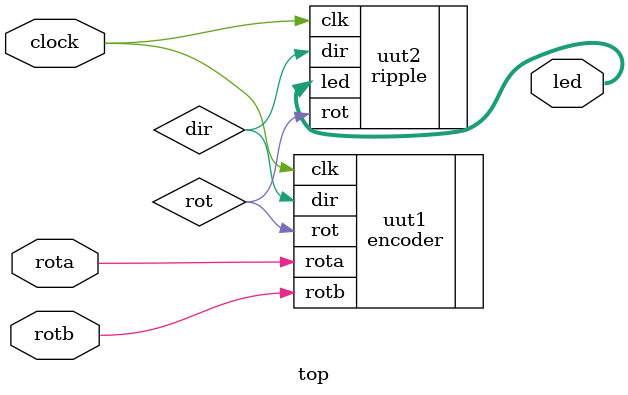
<source format=v>
`timescale 1ns / 1ps
`timescale 1ns / 1ps
module top(clock,rota,rotb,led);

input clock,rota,rotb;

output [7:0]led;
wire rot,dir;
wire [7:0]led;

encoder uut1 (
	.clk(clock),
	.rota(rota),
	.rotb(rotb),
	.rot(rot),
	.dir(dir)
);
ripple uut2 (
	.clk(clock),
	.rot(rot),
	.dir(dir),
	.led(led)
);


endmodule

</source>
